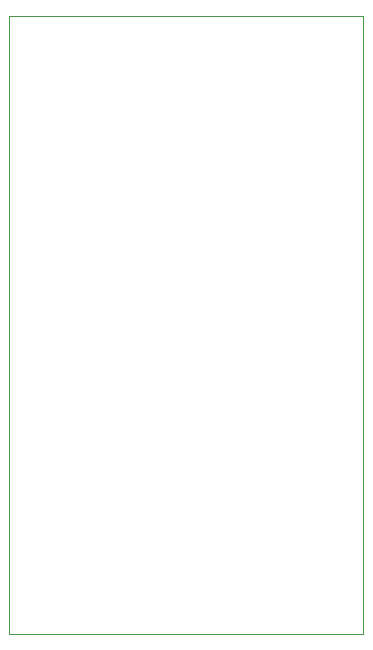
<source format=gbr>
%TF.GenerationSoftware,KiCad,Pcbnew,(6.0.9)*%
%TF.CreationDate,2022-11-14T09:52:40+08:00*%
%TF.ProjectId,ZDYZ_7''_RGB,5a44595a-5f37-4272-975f-5247422e6b69,rev?*%
%TF.SameCoordinates,Original*%
%TF.FileFunction,Profile,NP*%
%FSLAX46Y46*%
G04 Gerber Fmt 4.6, Leading zero omitted, Abs format (unit mm)*
G04 Created by KiCad (PCBNEW (6.0.9)) date 2022-11-14 09:52:40*
%MOMM*%
%LPD*%
G01*
G04 APERTURE LIST*
%TA.AperFunction,Profile*%
%ADD10C,0.100000*%
%TD*%
G04 APERTURE END LIST*
D10*
X89662000Y-57912000D02*
X119634000Y-57912000D01*
X119634000Y-57912000D02*
X119634000Y-110236000D01*
X119634000Y-110236000D02*
X89662000Y-110236000D01*
X89662000Y-110236000D02*
X89662000Y-57912000D01*
M02*

</source>
